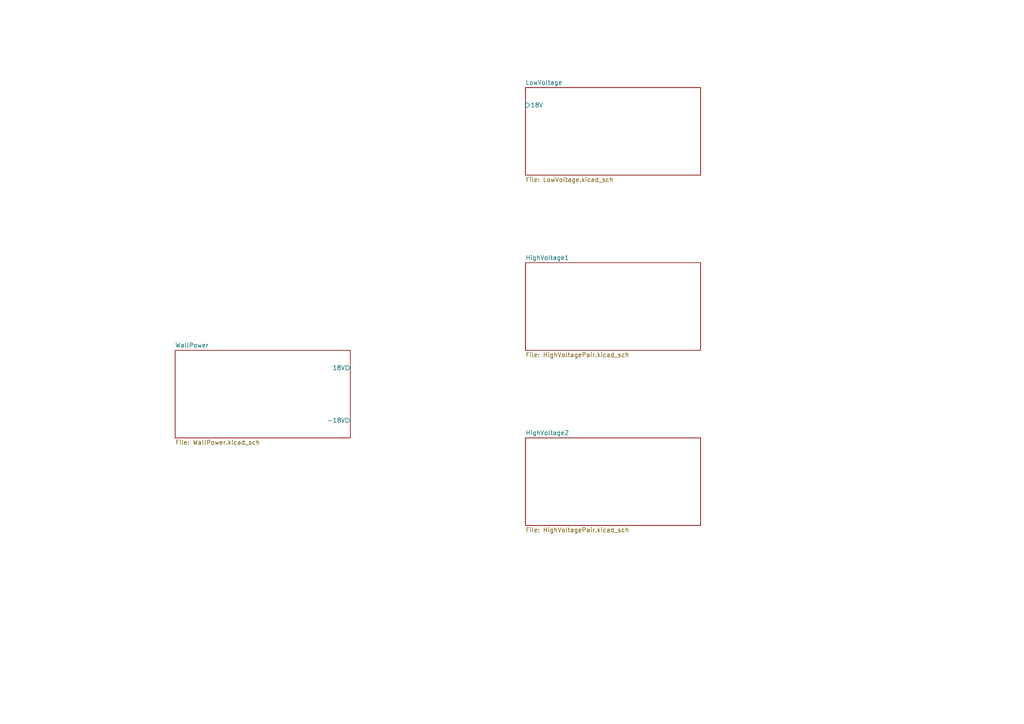
<source format=kicad_sch>
(kicad_sch
	(version 20250114)
	(generator "eeschema")
	(generator_version "9.0")
	(uuid "c19e9b7b-7f36-470c-862a-1a648d3f14f6")
	(paper "A4")
	(lib_symbols)
	(sheet
		(at 152.4 76.2)
		(size 50.8 25.4)
		(exclude_from_sim no)
		(in_bom yes)
		(on_board yes)
		(dnp no)
		(fields_autoplaced yes)
		(stroke
			(width 0.1524)
			(type solid)
		)
		(fill
			(color 0 0 0 0.0000)
		)
		(uuid "018e7d12-6b24-44c3-9b74-64995b8fa179")
		(property "Sheetname" "HighVoltage1"
			(at 152.4 75.4884 0)
			(effects
				(font
					(size 1.27 1.27)
				)
				(justify left bottom)
			)
		)
		(property "Sheetfile" "HighVoltagePair.kicad_sch"
			(at 152.4 102.1846 0)
			(effects
				(font
					(size 1.27 1.27)
				)
				(justify left top)
			)
		)
		(instances
			(project "PowerBoard"
				(path "/c19e9b7b-7f36-470c-862a-1a648d3f14f6"
					(page "4")
				)
			)
		)
	)
	(sheet
		(at 50.8 101.6)
		(size 50.8 25.4)
		(exclude_from_sim no)
		(in_bom yes)
		(on_board yes)
		(dnp no)
		(fields_autoplaced yes)
		(stroke
			(width 0.1524)
			(type solid)
		)
		(fill
			(color 0 0 0 0.0000)
		)
		(uuid "16a77afe-3056-4f83-9f80-787a2ef93cd8")
		(property "Sheetname" "WallPower"
			(at 50.8 100.8884 0)
			(effects
				(font
					(size 1.27 1.27)
				)
				(justify left bottom)
			)
		)
		(property "Sheetfile" "WallPower.kicad_sch"
			(at 50.8 127.5846 0)
			(effects
				(font
					(size 1.27 1.27)
				)
				(justify left top)
			)
		)
		(pin "-18V" output
			(at 101.6 121.92 0)
			(uuid "82444888-e949-43d0-94a1-970e27bb39e7")
			(effects
				(font
					(size 1.27 1.27)
				)
				(justify right)
			)
		)
		(pin "18V" output
			(at 101.6 106.68 0)
			(uuid "4af0e715-4cde-449f-90fd-cf8e571a6ca7")
			(effects
				(font
					(size 1.27 1.27)
				)
				(justify right)
			)
		)
		(instances
			(project "PowerBoard"
				(path "/c19e9b7b-7f36-470c-862a-1a648d3f14f6"
					(page "2")
				)
			)
		)
	)
	(sheet
		(at 152.4 127)
		(size 50.8 25.4)
		(exclude_from_sim no)
		(in_bom yes)
		(on_board yes)
		(dnp no)
		(fields_autoplaced yes)
		(stroke
			(width 0.1524)
			(type solid)
		)
		(fill
			(color 0 0 0 0.0000)
		)
		(uuid "55f1d4dd-dd9a-4f22-90c5-bff482123087")
		(property "Sheetname" "HighVoltage2"
			(at 152.4 126.2884 0)
			(effects
				(font
					(size 1.27 1.27)
				)
				(justify left bottom)
			)
		)
		(property "Sheetfile" "HighVoltagePair.kicad_sch"
			(at 152.4 152.9846 0)
			(effects
				(font
					(size 1.27 1.27)
				)
				(justify left top)
			)
		)
		(instances
			(project "PowerBoard"
				(path "/c19e9b7b-7f36-470c-862a-1a648d3f14f6"
					(page "5")
				)
			)
		)
	)
	(sheet
		(at 152.4 25.4)
		(size 50.8 25.4)
		(exclude_from_sim no)
		(in_bom yes)
		(on_board yes)
		(dnp no)
		(fields_autoplaced yes)
		(stroke
			(width 0.1524)
			(type solid)
		)
		(fill
			(color 0 0 0 0.0000)
		)
		(uuid "df1ba0e1-55fc-41f2-80f9-aaa8393d43d6")
		(property "Sheetname" "LowVoltage"
			(at 152.4 24.6884 0)
			(effects
				(font
					(size 1.27 1.27)
				)
				(justify left bottom)
			)
		)
		(property "Sheetfile" "LowVoltage.kicad_sch"
			(at 152.4 51.3846 0)
			(effects
				(font
					(size 1.27 1.27)
				)
				(justify left top)
			)
		)
		(pin "18V" input
			(at 152.4 30.48 180)
			(uuid "b97cf8bb-27f8-433c-af03-56bfa1299e96")
			(effects
				(font
					(size 1.27 1.27)
				)
				(justify left)
			)
		)
		(instances
			(project "PowerBoard"
				(path "/c19e9b7b-7f36-470c-862a-1a648d3f14f6"
					(page "4")
				)
			)
		)
	)
	(sheet_instances
		(path "/"
			(page "1")
		)
	)
	(embedded_fonts no)
)

</source>
